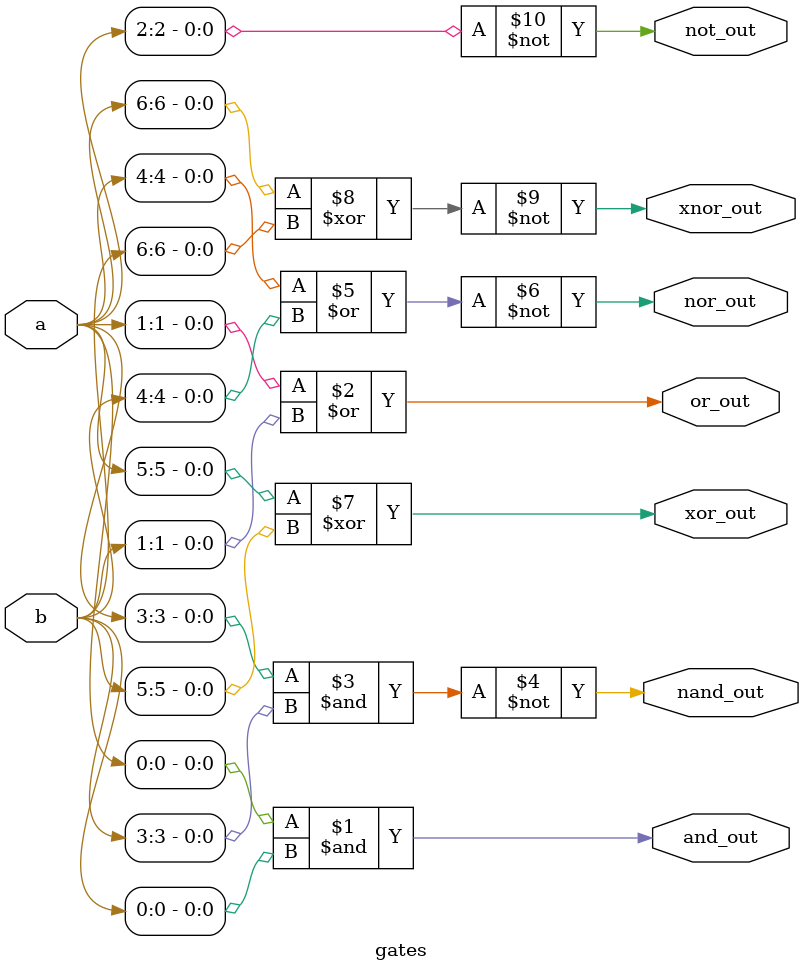
<source format=v>
`timescale 1ns / 1ps
module gates(
    input [6:0] a,b,
    output and_out, or_out, not_out, nand_out, nor_out, xor_out, xnor_out
    );
	 /*
		 assign and_out = a[0] & b[0];
		 assign or_out = a[1] | b[1];
		 assign not_out = ~a[2];
		 assign nand_out = ~(a[3] & b[3]);
		 assign nor_out = ~(a[4] | b[4]);
		 assign xor_out = (~a[5] & b[5]) | (a[5] & ~b[5]);
		 assign xnor_out = (~a[6] & ~b[6]) | (a[6] & b[6]); */
		 
		 and g0 (and_out,a[0],b[0]);
		 or g1 (or_out,a[1],b[1]);
		 not g2 (not_out,a[2]);
		 nand g3 (nand_out,a[3],b[3]);
		 nor g4 (nor_out,a[4],b[4]);
		 xor g5 (xor_out,a[5],b[5]);
		 xnor g6 (xnor_out,a[6],b[6]);
	


endmodule

</source>
